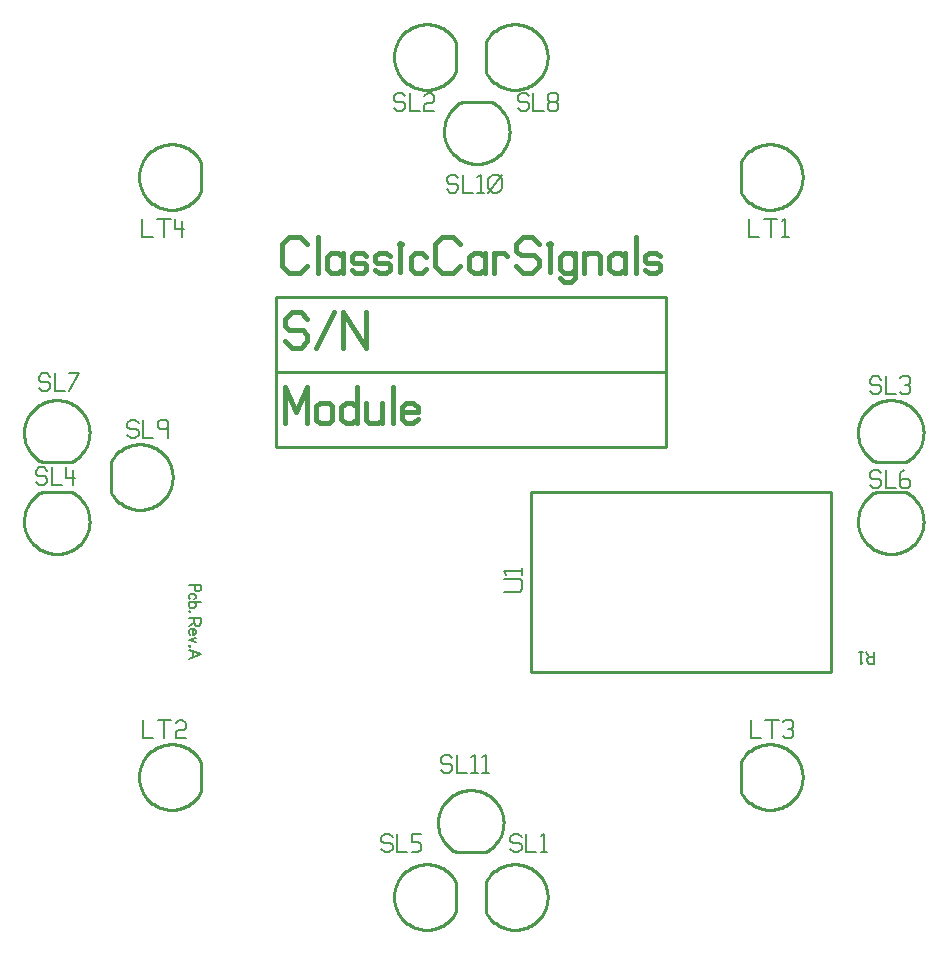
<source format=gto>
G04 -- Generated By PCBWeb Designer*
%FSLAX24Y24*%
%MOIN*%
%OFA0B0*%
%SFA1.0B1.0*%
%AMROTRECT*21,1,$1,$2,0,0,$3*%
%AMROTOBLONG*1,1,$7,$1,$2*1,1,$7,$3,$4*21,1,$5,$6,0,0,$8*%
%ADD10C,0.025*%
%ADD11R,0.045X0.045*%
%ADD12C,0.03*%
%ADD13R,0.055X0.055*%
%ADD14C,0.045*%
%ADD15C,0.055*%
%ADD16C,0.01*%
%ADD17C,0.008*%
%ADD18C,0.024*%
%ADD19C,0.035*%
%ADD20R,0.065X0.065*%
%ADD21C,0.032*%
%ADD22C,0.065*%
%ADD23C,0.005*%
%ADD24C,0.021*%
%ADD25R,0.0591X0.0512*%
%ADD26R,0.0691X0.0612*%
%ADD27R,0.0236X0.0315*%
%ADD28R,0.0336X0.0415*%
%ADD29C,0.033*%
%ADD30C,0.033*%
%ADD31C,0.026*%
%ADD32C,0.015*%
%ADD33C,0.031*%
%ADD34C,0.0*%
%ADD35C,0.0275*%
G01*
%LNERASE*%
%LPC*%
G54D18*
X16600Y11681D02*
X17125Y11681D01*
X17200Y11756D01*
X17200Y12019D01*
X17125Y12094D01*
X16600Y12094D01*
X17200Y12244D02*
X17200Y12469D01*
X17200Y12356D02*
X16600Y12356D01*
X16675Y12244D01*
G54D24*
X28955Y9681D02*
X28955Y9281D01*
X28780Y9281D01*
X28705Y9356D01*
X28705Y9431D01*
X28780Y9506D01*
X28955Y9506D01*
X28780Y9506D02*
X28680Y9681D01*
X28580Y9681D02*
X28430Y9681D01*
X28505Y9681D02*
X28505Y9281D01*
X28580Y9331D01*
G54D18*
X24781Y24100D02*
X24781Y23500D01*
X25119Y23500D01*
X25269Y24100D02*
X25719Y24100D01*
X25494Y24100D02*
X25494Y23500D01*
X25869Y23500D02*
X26094Y23500D01*
X25981Y23500D02*
X25981Y24100D01*
X25869Y24025D01*
X4575Y7400D02*
X4575Y6800D01*
X4912Y6800D01*
X5062Y7400D02*
X5512Y7400D01*
X5288Y7400D02*
X5288Y6800D01*
X5662Y7288D02*
X5775Y7400D01*
X5888Y7400D01*
X6000Y7288D01*
X6000Y7138D01*
X5925Y7062D01*
X5738Y7062D01*
X5662Y6988D01*
X5662Y6800D01*
X6000Y6800D01*
X24825Y7400D02*
X24825Y6800D01*
X25163Y6800D01*
X25313Y7400D02*
X25763Y7400D01*
X25538Y7400D02*
X25538Y6800D01*
X25913Y7325D02*
X25988Y7400D01*
X26175Y7400D01*
X26250Y7325D01*
X26250Y7175D01*
X26175Y7100D01*
X26063Y7100D01*
X26175Y7100D02*
X26250Y7025D01*
X26250Y6875D01*
X26175Y6800D01*
X25988Y6800D01*
X25913Y6875D01*
X17194Y3488D02*
X17081Y3600D01*
X16931Y3600D01*
X16819Y3488D01*
X16819Y3375D01*
X16894Y3300D01*
X17119Y3300D01*
X17194Y3225D01*
X17194Y3112D01*
X17081Y3000D01*
X16931Y3000D01*
X16819Y3112D01*
X17344Y3600D02*
X17344Y3000D01*
X17681Y3000D01*
X17831Y3000D02*
X18056Y3000D01*
X17944Y3000D02*
X17944Y3600D01*
X17831Y3525D01*
X13312Y28188D02*
X13200Y28300D01*
X13050Y28300D01*
X12938Y28188D01*
X12938Y28075D01*
X13012Y28000D01*
X13238Y28000D01*
X13312Y27925D01*
X13312Y27812D01*
X13200Y27700D01*
X13050Y27700D01*
X12938Y27812D01*
X13462Y28300D02*
X13462Y27700D01*
X13800Y27700D01*
X13950Y28188D02*
X14062Y28300D01*
X14175Y28300D01*
X14288Y28188D01*
X14288Y28038D01*
X14212Y27962D01*
X14025Y27962D01*
X13950Y27888D01*
X13950Y27700D01*
X14288Y27700D01*
X29175Y18750D02*
X29062Y18862D01*
X28912Y18862D01*
X28800Y18750D01*
X28800Y18638D01*
X28875Y18562D01*
X29100Y18562D01*
X29175Y18488D01*
X29175Y18375D01*
X29062Y18262D01*
X28912Y18262D01*
X28800Y18375D01*
X29325Y18862D02*
X29325Y18262D01*
X29662Y18262D01*
X29812Y18788D02*
X29888Y18862D01*
X30075Y18862D01*
X30150Y18788D01*
X30150Y18638D01*
X30075Y18562D01*
X29962Y18562D01*
X30075Y18562D02*
X30150Y18488D01*
X30150Y18338D01*
X30075Y18262D01*
X29888Y18262D01*
X29812Y18338D01*
X1375Y15706D02*
X1262Y15819D01*
X1112Y15819D01*
X1000Y15706D01*
X1000Y15594D01*
X1075Y15519D01*
X1300Y15519D01*
X1375Y15444D01*
X1375Y15331D01*
X1262Y15219D01*
X1112Y15219D01*
X1000Y15331D01*
X1525Y15819D02*
X1525Y15219D01*
X1862Y15219D01*
X2012Y15819D02*
X2012Y15481D01*
X2312Y15481D01*
X2238Y15744D02*
X2238Y15219D01*
X12894Y3488D02*
X12781Y3600D01*
X12631Y3600D01*
X12519Y3488D01*
X12519Y3375D01*
X12594Y3300D01*
X12819Y3300D01*
X12894Y3225D01*
X12894Y3112D01*
X12781Y3000D01*
X12631Y3000D01*
X12519Y3112D01*
X13044Y3600D02*
X13044Y3000D01*
X13381Y3000D01*
X13831Y3600D02*
X13531Y3600D01*
X13531Y3338D01*
X13756Y3338D01*
X13831Y3262D01*
X13831Y3075D01*
X13756Y3000D01*
X13531Y3000D01*
X29175Y15625D02*
X29062Y15738D01*
X28912Y15738D01*
X28800Y15625D01*
X28800Y15512D01*
X28875Y15438D01*
X29100Y15438D01*
X29175Y15362D01*
X29175Y15250D01*
X29062Y15138D01*
X28912Y15138D01*
X28800Y15250D01*
X29325Y15738D02*
X29325Y15138D01*
X29662Y15138D01*
X29925Y15738D02*
X29812Y15625D01*
X29812Y15212D01*
X29888Y15138D01*
X30075Y15138D01*
X30150Y15212D01*
X30150Y15362D01*
X30075Y15438D01*
X29888Y15438D01*
X29812Y15362D01*
X1475Y18850D02*
X1362Y18962D01*
X1212Y18962D01*
X1100Y18850D01*
X1100Y18738D01*
X1175Y18662D01*
X1400Y18662D01*
X1475Y18588D01*
X1475Y18475D01*
X1362Y18362D01*
X1212Y18362D01*
X1100Y18475D01*
X1625Y18962D02*
X1625Y18362D01*
X1962Y18362D01*
X2112Y18962D02*
X2450Y18962D01*
X2112Y18362D01*
X17438Y28188D02*
X17325Y28300D01*
X17175Y28300D01*
X17062Y28188D01*
X17062Y28075D01*
X17138Y28000D01*
X17362Y28000D01*
X17438Y27925D01*
X17438Y27812D01*
X17325Y27700D01*
X17175Y27700D01*
X17062Y27812D01*
X17588Y28300D02*
X17588Y27700D01*
X17925Y27700D01*
X18075Y27775D02*
X18150Y27700D01*
X18338Y27700D01*
X18412Y27775D01*
X18412Y27925D01*
X18338Y28000D01*
X18150Y28000D01*
X18075Y27925D01*
X18075Y27775D01*
X18075Y27775D01*
X18338Y28000D02*
X18412Y28075D01*
X18412Y28225D01*
X18338Y28300D01*
X18150Y28300D01*
X18075Y28225D01*
X18075Y28075D01*
X18150Y28000D01*
X4556Y24100D02*
X4556Y23500D01*
X4894Y23500D01*
X5044Y24100D02*
X5494Y24100D01*
X5269Y24100D02*
X5269Y23500D01*
X5644Y24100D02*
X5644Y23762D01*
X5944Y23762D01*
X5869Y24025D02*
X5869Y23500D01*
X4431Y17288D02*
X4319Y17400D01*
X4169Y17400D01*
X4056Y17288D01*
X4056Y17175D01*
X4131Y17100D01*
X4356Y17100D01*
X4431Y17025D01*
X4431Y16912D01*
X4319Y16800D01*
X4169Y16800D01*
X4056Y16912D01*
X4581Y17400D02*
X4581Y16800D01*
X4919Y16800D01*
X5069Y17325D02*
X5144Y17400D01*
X5331Y17400D01*
X5406Y17325D01*
X5406Y17175D01*
X5331Y17100D01*
X5144Y17100D01*
X5069Y17175D01*
X5069Y17325D01*
X5069Y17325D01*
X5406Y17175D02*
X5406Y16800D01*
X15075Y25469D02*
X14962Y25581D01*
X14812Y25581D01*
X14700Y25469D01*
X14700Y25356D01*
X14775Y25281D01*
X15000Y25281D01*
X15075Y25206D01*
X15075Y25094D01*
X14962Y24981D01*
X14812Y24981D01*
X14700Y25094D01*
X15225Y25581D02*
X15225Y24981D01*
X15562Y24981D01*
X15712Y24981D02*
X15938Y24981D01*
X15825Y24981D02*
X15825Y25581D01*
X15712Y25506D01*
X16088Y25131D02*
X16125Y25056D01*
X16162Y25019D01*
X16238Y24981D01*
X16388Y24981D01*
X16462Y25019D01*
X16500Y25056D01*
X16538Y25131D01*
X16538Y25431D01*
X16500Y25506D01*
X16462Y25544D01*
X16388Y25581D01*
X16238Y25581D01*
X16162Y25544D01*
X16125Y25506D01*
X16088Y25431D01*
X16088Y25131D01*
X16088Y25131D01*
X16088Y24981D02*
X16538Y25581D01*
X14875Y6119D02*
X14762Y6231D01*
X14612Y6231D01*
X14500Y6119D01*
X14500Y6006D01*
X14575Y5931D01*
X14800Y5931D01*
X14875Y5856D01*
X14875Y5744D01*
X14762Y5631D01*
X14612Y5631D01*
X14500Y5744D01*
X15025Y6231D02*
X15025Y5631D01*
X15362Y5631D01*
X15512Y5631D02*
X15738Y5631D01*
X15625Y5631D02*
X15625Y6231D01*
X15512Y6156D01*
X15888Y5631D02*
X16112Y5631D01*
X16000Y5631D02*
X16000Y6231D01*
X15888Y6156D01*
G54D33*
X10025Y23275D02*
X9800Y23500D01*
X9425Y23500D01*
X9200Y23275D01*
X9200Y22525D01*
X9425Y22300D01*
X9800Y22300D01*
X10025Y22525D01*
X10400Y23500D02*
X10400Y22300D01*
X10700Y22450D02*
X10850Y22300D01*
X11075Y22300D01*
X11225Y22450D01*
X11225Y22825D01*
X11075Y22975D01*
X10850Y22975D01*
X10700Y22825D01*
X10700Y22450D01*
X11225Y22300D02*
X11225Y22975D01*
X12012Y22862D02*
X11900Y22975D01*
X11638Y22975D01*
X11525Y22862D01*
X11525Y22712D01*
X11600Y22638D01*
X11938Y22638D01*
X12012Y22562D01*
X12012Y22412D01*
X11900Y22300D01*
X11638Y22300D01*
X11525Y22412D01*
X12800Y22862D02*
X12688Y22975D01*
X12425Y22975D01*
X12312Y22862D01*
X12312Y22712D01*
X12388Y22638D01*
X12725Y22638D01*
X12800Y22562D01*
X12800Y22412D01*
X12688Y22300D01*
X12425Y22300D01*
X12312Y22412D01*
X13156Y22319D02*
X13156Y23238D01*
X13119Y23275D02*
X13156Y23312D01*
X13194Y23275D01*
X13156Y23238D01*
X13119Y23275D01*
X14019Y22825D02*
X13869Y22975D01*
X13644Y22975D01*
X13494Y22825D01*
X13494Y22450D01*
X13644Y22300D01*
X13869Y22300D01*
X14019Y22450D01*
X15144Y23275D02*
X14919Y23500D01*
X14544Y23500D01*
X14319Y23275D01*
X14319Y22525D01*
X14544Y22300D01*
X14919Y22300D01*
X15144Y22525D01*
X15444Y22450D02*
X15594Y22300D01*
X15819Y22300D01*
X15969Y22450D01*
X15969Y22825D01*
X15819Y22975D01*
X15594Y22975D01*
X15444Y22825D01*
X15444Y22450D01*
X15969Y22300D02*
X15969Y22975D01*
X16269Y22975D02*
X16269Y22300D01*
X16719Y22862D02*
X16606Y22975D01*
X16381Y22975D01*
X16269Y22862D01*
X16269Y22825D01*
X17769Y23275D02*
X17544Y23500D01*
X17244Y23500D01*
X17019Y23275D01*
X17019Y23050D01*
X17169Y22900D01*
X17619Y22900D01*
X17769Y22750D01*
X17769Y22525D01*
X17544Y22300D01*
X17244Y22300D01*
X17019Y22525D01*
X18125Y22319D02*
X18125Y23238D01*
X18088Y23275D02*
X18125Y23312D01*
X18162Y23275D01*
X18125Y23238D01*
X18088Y23275D01*
X18462Y22750D02*
X18462Y22825D01*
X18612Y22975D01*
X18838Y22975D01*
X18988Y22825D01*
X18988Y22450D01*
X18838Y22300D01*
X18612Y22300D01*
X18462Y22450D01*
X18462Y22750D01*
X18988Y22975D02*
X18988Y22150D01*
X18838Y22000D01*
X18612Y22000D01*
X18462Y22150D01*
X19288Y22975D02*
X19288Y22300D01*
X19288Y22862D02*
X19400Y22975D01*
X19700Y22975D01*
X19812Y22862D01*
X19812Y22300D01*
X20112Y22450D02*
X20262Y22300D01*
X20488Y22300D01*
X20638Y22450D01*
X20638Y22825D01*
X20488Y22975D01*
X20262Y22975D01*
X20112Y22825D01*
X20112Y22450D01*
X20638Y22300D02*
X20638Y22975D01*
X21012Y23500D02*
X21012Y22300D01*
X21800Y22862D02*
X21688Y22975D01*
X21425Y22975D01*
X21312Y22862D01*
X21312Y22712D01*
X21388Y22638D01*
X21725Y22638D01*
X21800Y22562D01*
X21800Y22412D01*
X21688Y22300D01*
X21425Y22300D01*
X21312Y22412D01*
X9300Y17300D02*
X9300Y18500D01*
X9675Y17675D01*
X10050Y18500D01*
X10050Y17300D01*
X10462Y17975D02*
X10350Y17862D01*
X10350Y17412D01*
X10462Y17300D01*
X10762Y17300D01*
X10875Y17412D01*
X10875Y17862D01*
X10762Y17975D01*
X10462Y17975D01*
X11175Y17450D02*
X11175Y17825D01*
X11325Y17975D01*
X11550Y17975D01*
X11700Y17825D01*
X11700Y17450D01*
X11550Y17300D01*
X11325Y17300D01*
X11175Y17450D01*
X11700Y17300D02*
X11700Y18500D01*
X12000Y17975D02*
X12000Y17412D01*
X12112Y17300D01*
X12412Y17300D01*
X12525Y17412D01*
X12525Y17975D01*
X12525Y17450D02*
X12525Y17300D01*
X12900Y18500D02*
X12900Y17300D01*
X13725Y17450D02*
X13575Y17300D01*
X13350Y17300D01*
X13200Y17450D01*
X13200Y17825D01*
X13350Y17975D01*
X13575Y17975D01*
X13725Y17825D01*
X13725Y17675D01*
X13200Y17675D01*
X10050Y20775D02*
X9825Y21000D01*
X9525Y21000D01*
X9300Y20775D01*
X9300Y20550D01*
X9450Y20400D01*
X9900Y20400D01*
X10050Y20250D01*
X10050Y20025D01*
X9825Y19800D01*
X9525Y19800D01*
X9300Y20025D01*
X10350Y19800D02*
X10950Y21000D01*
X11250Y19800D02*
X11250Y21000D01*
X12000Y19800D01*
X12000Y21000D01*
G54D24*
X6100Y11900D02*
X6500Y11900D01*
X6500Y11750D01*
X6450Y11700D01*
X6350Y11700D01*
X6300Y11750D01*
X6300Y11900D01*
X6275Y11425D02*
X6325Y11475D01*
X6325Y11550D01*
X6275Y11600D01*
X6150Y11600D01*
X6100Y11550D01*
X6100Y11475D01*
X6150Y11425D01*
X6100Y11325D02*
X6500Y11325D01*
X6150Y11325D02*
X6100Y11275D01*
X6100Y11200D01*
X6150Y11150D01*
X6275Y11150D01*
X6325Y11200D01*
X6325Y11275D01*
X6275Y11325D01*
X6125Y11050D02*
X6100Y11025D01*
X6125Y11000D01*
X6150Y11025D01*
X6125Y11050D01*
X6100Y10800D02*
X6500Y10800D01*
X6500Y10625D01*
X6425Y10550D01*
X6350Y10550D01*
X6275Y10625D01*
X6275Y10800D01*
X6275Y10625D02*
X6100Y10525D01*
X6150Y10250D02*
X6100Y10300D01*
X6100Y10375D01*
X6150Y10425D01*
X6275Y10425D01*
X6325Y10375D01*
X6325Y10300D01*
X6275Y10250D01*
X6225Y10250D01*
X6225Y10425D01*
X6325Y10150D02*
X6100Y10075D01*
X6325Y10000D01*
X6125Y9900D02*
X6100Y9875D01*
X6125Y9850D01*
X6150Y9875D01*
X6125Y9900D01*
X6250Y9692D02*
X6250Y9508D01*
X6100Y9750D02*
X6500Y9600D01*
X6100Y9450D01*
%LNSTD*%
%LPD*%
G54D16*
X27500Y9000D02*
X27500Y15000D01*
X17500Y15000D01*
X17500Y9000D01*
X27500Y9000D01*
X27500Y9000D01*
G54D17*
X16600Y11681D02*
X17125Y11681D01*
X17200Y11756D01*
X17200Y12019D01*
X17125Y12094D01*
X16600Y12094D01*
X17200Y12244D02*
X17200Y12469D01*
X17200Y12356D02*
X16600Y12356D01*
X16675Y12244D01*
G54D23*
X28955Y9681D02*
X28955Y9281D01*
X28780Y9281D01*
X28705Y9356D01*
X28705Y9431D01*
X28780Y9506D01*
X28955Y9506D01*
X28780Y9506D02*
X28680Y9681D01*
X28580Y9681D02*
X28430Y9681D01*
X28505Y9681D02*
X28505Y9281D01*
X28580Y9331D01*
G54D16*
X24500Y25000D02*
X24522Y24960D01*
X24545Y24920D01*
X24570Y24882D01*
X24597Y24845D01*
X24625Y24809D01*
X24655Y24774D01*
X24686Y24740D01*
X24719Y24708D01*
X24753Y24677D01*
X24788Y24648D01*
X24824Y24620D01*
X24862Y24594D01*
X24900Y24569D01*
X24940Y24546D01*
X24981Y24525D01*
X25022Y24505D01*
X25064Y24487D01*
X25107Y24471D01*
X25150Y24456D01*
X25195Y24444D01*
X25239Y24433D01*
X25284Y24425D01*
X25329Y24418D01*
X25375Y24413D01*
X25421Y24410D01*
X25466Y24409D01*
X25512Y24409D01*
X25558Y24412D01*
X25604Y24417D01*
X25649Y24423D01*
X25694Y24432D01*
X25739Y24442D01*
X25783Y24454D01*
X25826Y24468D01*
X25869Y24484D01*
X25912Y24502D01*
X25953Y24521D01*
X25994Y24542D01*
X26033Y24565D01*
X26072Y24590D01*
X26110Y24616D01*
X26146Y24643D01*
X26182Y24672D01*
X26216Y24703D01*
X26249Y24735D01*
X26280Y24768D01*
X26310Y24803D01*
X26339Y24839D01*
X26366Y24876D01*
X26391Y24914D01*
X26415Y24953D01*
X26437Y24993D01*
X26457Y25034D01*
X26476Y25076D01*
X26493Y25119D01*
X26508Y25162D01*
X26521Y25206D01*
X26533Y25250D01*
X26542Y25295D01*
X26550Y25340D01*
X26556Y25386D01*
X26559Y25431D01*
X26561Y25477D01*
X26561Y25523D01*
X26559Y25569D01*
X26556Y25614D01*
X26550Y25660D01*
X26542Y25705D01*
X26533Y25750D01*
X26521Y25794D01*
X26508Y25838D01*
X26493Y25881D01*
X26476Y25924D01*
X26457Y25966D01*
X26437Y26007D01*
X26415Y26047D01*
X26391Y26086D01*
X26366Y26124D01*
X26339Y26161D01*
X26310Y26197D01*
X26280Y26232D01*
X26249Y26265D01*
X26216Y26297D01*
X26182Y26328D01*
X26146Y26357D01*
X26110Y26384D01*
X26072Y26410D01*
X26033Y26435D01*
X25994Y26458D01*
X25953Y26479D01*
X25912Y26498D01*
X25869Y26516D01*
X25826Y26532D01*
X25783Y26546D01*
X25739Y26558D01*
X25694Y26568D01*
X25649Y26577D01*
X25604Y26583D01*
X25558Y26588D01*
X25512Y26591D01*
X25466Y26591D01*
X25421Y26590D01*
X25375Y26587D01*
X25329Y26582D01*
X25284Y26575D01*
X25239Y26567D01*
X25195Y26556D01*
X25150Y26544D01*
X25107Y26529D01*
X25064Y26513D01*
X25022Y26495D01*
X24981Y26475D01*
X24940Y26454D01*
X24900Y26431D01*
X24862Y26406D01*
X24824Y26380D01*
X24788Y26352D01*
X24753Y26323D01*
X24719Y26292D01*
X24686Y26260D01*
X24655Y26226D01*
X24625Y26191D01*
X24597Y26155D01*
X24570Y26118D01*
X24545Y26080D01*
X24522Y26040D01*
X24500Y26000D01*
X24500Y26000D01*
X24500Y25000D02*
X24500Y26000D01*
G54D17*
X24781Y24100D02*
X24781Y23500D01*
X25119Y23500D01*
X25269Y24100D02*
X25719Y24100D01*
X25494Y24100D02*
X25494Y23500D01*
X25869Y23500D02*
X26094Y23500D01*
X25981Y23500D02*
X25981Y24100D01*
X25869Y24025D01*
G54D16*
X6500Y6000D02*
X6478Y6040D01*
X6455Y6080D01*
X6430Y6118D01*
X6403Y6155D01*
X6375Y6191D01*
X6345Y6226D01*
X6314Y6260D01*
X6281Y6292D01*
X6247Y6323D01*
X6212Y6352D01*
X6176Y6380D01*
X6138Y6406D01*
X6100Y6431D01*
X6060Y6454D01*
X6019Y6475D01*
X5978Y6495D01*
X5936Y6513D01*
X5893Y6529D01*
X5850Y6544D01*
X5805Y6556D01*
X5761Y6567D01*
X5716Y6575D01*
X5671Y6582D01*
X5625Y6587D01*
X5579Y6590D01*
X5534Y6591D01*
X5488Y6591D01*
X5442Y6588D01*
X5396Y6583D01*
X5351Y6577D01*
X5306Y6568D01*
X5261Y6558D01*
X5217Y6546D01*
X5174Y6532D01*
X5131Y6516D01*
X5088Y6498D01*
X5047Y6479D01*
X5006Y6458D01*
X4967Y6435D01*
X4928Y6410D01*
X4890Y6384D01*
X4854Y6357D01*
X4818Y6328D01*
X4784Y6297D01*
X4751Y6265D01*
X4720Y6232D01*
X4690Y6197D01*
X4661Y6161D01*
X4634Y6124D01*
X4609Y6086D01*
X4585Y6047D01*
X4563Y6007D01*
X4543Y5966D01*
X4524Y5924D01*
X4507Y5881D01*
X4492Y5838D01*
X4479Y5794D01*
X4467Y5750D01*
X4458Y5705D01*
X4450Y5660D01*
X4444Y5614D01*
X4441Y5569D01*
X4439Y5523D01*
X4439Y5477D01*
X4441Y5431D01*
X4444Y5386D01*
X4450Y5340D01*
X4458Y5295D01*
X4467Y5250D01*
X4479Y5206D01*
X4492Y5162D01*
X4507Y5119D01*
X4524Y5076D01*
X4543Y5034D01*
X4563Y4993D01*
X4585Y4953D01*
X4609Y4914D01*
X4634Y4876D01*
X4661Y4839D01*
X4690Y4803D01*
X4720Y4768D01*
X4751Y4735D01*
X4784Y4703D01*
X4818Y4672D01*
X4854Y4643D01*
X4890Y4616D01*
X4928Y4590D01*
X4967Y4565D01*
X5006Y4542D01*
X5047Y4521D01*
X5088Y4502D01*
X5131Y4484D01*
X5174Y4468D01*
X5217Y4454D01*
X5261Y4442D01*
X5306Y4432D01*
X5351Y4423D01*
X5396Y4417D01*
X5442Y4412D01*
X5488Y4409D01*
X5534Y4409D01*
X5579Y4410D01*
X5625Y4413D01*
X5671Y4418D01*
X5716Y4425D01*
X5761Y4433D01*
X5805Y4444D01*
X5850Y4456D01*
X5893Y4471D01*
X5936Y4487D01*
X5978Y4505D01*
X6019Y4525D01*
X6060Y4546D01*
X6100Y4569D01*
X6138Y4594D01*
X6176Y4620D01*
X6212Y4648D01*
X6247Y4677D01*
X6281Y4708D01*
X6314Y4740D01*
X6345Y4774D01*
X6375Y4809D01*
X6403Y4845D01*
X6430Y4882D01*
X6455Y4920D01*
X6478Y4960D01*
X6500Y5000D01*
X6500Y5000D01*
X6500Y6000D02*
X6500Y5000D01*
G54D17*
X4575Y7400D02*
X4575Y6800D01*
X4912Y6800D01*
X5062Y7400D02*
X5512Y7400D01*
X5288Y7400D02*
X5288Y6800D01*
X5662Y7288D02*
X5775Y7400D01*
X5888Y7400D01*
X6000Y7288D01*
X6000Y7138D01*
X5925Y7062D01*
X5738Y7062D01*
X5662Y6988D01*
X5662Y6800D01*
X6000Y6800D01*
G54D16*
X24500Y5000D02*
X24522Y4960D01*
X24545Y4920D01*
X24570Y4882D01*
X24597Y4845D01*
X24625Y4809D01*
X24655Y4774D01*
X24686Y4740D01*
X24719Y4708D01*
X24753Y4677D01*
X24788Y4648D01*
X24824Y4620D01*
X24862Y4594D01*
X24900Y4569D01*
X24940Y4546D01*
X24981Y4525D01*
X25022Y4505D01*
X25064Y4487D01*
X25107Y4471D01*
X25150Y4456D01*
X25195Y4444D01*
X25239Y4433D01*
X25284Y4425D01*
X25329Y4418D01*
X25375Y4413D01*
X25421Y4410D01*
X25466Y4409D01*
X25512Y4409D01*
X25558Y4412D01*
X25604Y4417D01*
X25649Y4423D01*
X25694Y4432D01*
X25739Y4442D01*
X25783Y4454D01*
X25826Y4468D01*
X25869Y4484D01*
X25912Y4502D01*
X25953Y4521D01*
X25994Y4542D01*
X26033Y4565D01*
X26072Y4590D01*
X26110Y4616D01*
X26146Y4643D01*
X26182Y4672D01*
X26216Y4703D01*
X26249Y4735D01*
X26280Y4768D01*
X26310Y4803D01*
X26339Y4839D01*
X26366Y4876D01*
X26391Y4914D01*
X26415Y4953D01*
X26437Y4993D01*
X26457Y5034D01*
X26476Y5076D01*
X26493Y5119D01*
X26508Y5162D01*
X26521Y5206D01*
X26533Y5250D01*
X26542Y5295D01*
X26550Y5340D01*
X26556Y5386D01*
X26559Y5431D01*
X26561Y5477D01*
X26561Y5523D01*
X26559Y5569D01*
X26556Y5614D01*
X26550Y5660D01*
X26542Y5705D01*
X26533Y5750D01*
X26521Y5794D01*
X26508Y5838D01*
X26493Y5881D01*
X26476Y5924D01*
X26457Y5966D01*
X26437Y6007D01*
X26415Y6047D01*
X26391Y6086D01*
X26366Y6124D01*
X26339Y6161D01*
X26310Y6197D01*
X26280Y6232D01*
X26249Y6265D01*
X26216Y6297D01*
X26182Y6328D01*
X26146Y6357D01*
X26110Y6384D01*
X26072Y6410D01*
X26033Y6435D01*
X25994Y6458D01*
X25953Y6479D01*
X25912Y6498D01*
X25869Y6516D01*
X25826Y6532D01*
X25783Y6546D01*
X25739Y6558D01*
X25694Y6568D01*
X25649Y6577D01*
X25604Y6583D01*
X25558Y6588D01*
X25512Y6591D01*
X25466Y6591D01*
X25421Y6590D01*
X25375Y6587D01*
X25329Y6582D01*
X25284Y6575D01*
X25239Y6567D01*
X25195Y6556D01*
X25150Y6544D01*
X25107Y6529D01*
X25064Y6513D01*
X25022Y6495D01*
X24981Y6475D01*
X24940Y6454D01*
X24900Y6431D01*
X24862Y6406D01*
X24824Y6380D01*
X24788Y6352D01*
X24753Y6323D01*
X24719Y6292D01*
X24686Y6260D01*
X24655Y6226D01*
X24625Y6191D01*
X24597Y6155D01*
X24570Y6118D01*
X24545Y6080D01*
X24522Y6040D01*
X24500Y6000D01*
X24500Y6000D01*
X24500Y5000D02*
X24500Y6000D01*
G54D17*
X24825Y7400D02*
X24825Y6800D01*
X25163Y6800D01*
X25313Y7400D02*
X25763Y7400D01*
X25538Y7400D02*
X25538Y6800D01*
X25913Y7325D02*
X25988Y7400D01*
X26175Y7400D01*
X26250Y7325D01*
X26250Y7175D01*
X26175Y7100D01*
X26063Y7100D01*
X26175Y7100D02*
X26250Y7025D01*
X26250Y6875D01*
X26175Y6800D01*
X25988Y6800D01*
X25913Y6875D01*
G54D16*
X16000Y1000D02*
X16022Y960D01*
X16045Y920D01*
X16070Y882D01*
X16097Y845D01*
X16125Y809D01*
X16155Y774D01*
X16186Y740D01*
X16219Y708D01*
X16253Y677D01*
X16288Y648D01*
X16324Y620D01*
X16362Y594D01*
X16400Y569D01*
X16440Y546D01*
X16481Y525D01*
X16522Y505D01*
X16564Y487D01*
X16607Y471D01*
X16650Y456D01*
X16695Y444D01*
X16739Y433D01*
X16784Y425D01*
X16829Y418D01*
X16875Y413D01*
X16921Y410D01*
X16966Y409D01*
X17012Y409D01*
X17058Y412D01*
X17104Y417D01*
X17149Y423D01*
X17194Y432D01*
X17239Y442D01*
X17283Y454D01*
X17326Y468D01*
X17369Y484D01*
X17412Y502D01*
X17453Y521D01*
X17494Y542D01*
X17533Y565D01*
X17572Y590D01*
X17610Y616D01*
X17646Y643D01*
X17682Y672D01*
X17716Y703D01*
X17749Y735D01*
X17780Y768D01*
X17810Y803D01*
X17839Y839D01*
X17866Y876D01*
X17891Y914D01*
X17915Y953D01*
X17937Y993D01*
X17957Y1034D01*
X17976Y1076D01*
X17993Y1119D01*
X18008Y1162D01*
X18021Y1206D01*
X18033Y1250D01*
X18042Y1295D01*
X18050Y1340D01*
X18056Y1386D01*
X18059Y1431D01*
X18061Y1477D01*
X18061Y1523D01*
X18059Y1569D01*
X18056Y1614D01*
X18050Y1660D01*
X18042Y1705D01*
X18033Y1750D01*
X18021Y1794D01*
X18008Y1838D01*
X17993Y1881D01*
X17976Y1924D01*
X17957Y1966D01*
X17937Y2007D01*
X17915Y2047D01*
X17891Y2086D01*
X17866Y2124D01*
X17839Y2161D01*
X17810Y2197D01*
X17780Y2232D01*
X17749Y2265D01*
X17716Y2297D01*
X17682Y2328D01*
X17646Y2357D01*
X17610Y2384D01*
X17572Y2410D01*
X17533Y2435D01*
X17494Y2458D01*
X17453Y2479D01*
X17412Y2498D01*
X17369Y2516D01*
X17326Y2532D01*
X17283Y2546D01*
X17239Y2558D01*
X17194Y2568D01*
X17149Y2577D01*
X17104Y2583D01*
X17058Y2588D01*
X17012Y2591D01*
X16966Y2591D01*
X16921Y2590D01*
X16875Y2587D01*
X16829Y2582D01*
X16784Y2575D01*
X16739Y2567D01*
X16695Y2556D01*
X16650Y2544D01*
X16607Y2529D01*
X16564Y2513D01*
X16522Y2495D01*
X16481Y2475D01*
X16440Y2454D01*
X16400Y2431D01*
X16362Y2406D01*
X16324Y2380D01*
X16288Y2352D01*
X16253Y2323D01*
X16219Y2292D01*
X16186Y2260D01*
X16155Y2226D01*
X16125Y2191D01*
X16097Y2155D01*
X16070Y2118D01*
X16045Y2080D01*
X16022Y2040D01*
X16000Y2000D01*
X16000Y2000D01*
X16000Y1000D02*
X16000Y2000D01*
G54D17*
X17194Y3488D02*
X17081Y3600D01*
X16931Y3600D01*
X16819Y3488D01*
X16819Y3375D01*
X16894Y3300D01*
X17119Y3300D01*
X17194Y3225D01*
X17194Y3112D01*
X17081Y3000D01*
X16931Y3000D01*
X16819Y3112D01*
X17344Y3600D02*
X17344Y3000D01*
X17681Y3000D01*
X17831Y3000D02*
X18056Y3000D01*
X17944Y3000D02*
X17944Y3600D01*
X17831Y3525D01*
G54D16*
X15000Y30000D02*
X14978Y30040D01*
X14955Y30080D01*
X14930Y30118D01*
X14903Y30155D01*
X14875Y30191D01*
X14845Y30226D01*
X14814Y30260D01*
X14781Y30292D01*
X14747Y30323D01*
X14712Y30352D01*
X14676Y30380D01*
X14638Y30406D01*
X14600Y30431D01*
X14560Y30454D01*
X14519Y30475D01*
X14478Y30495D01*
X14436Y30513D01*
X14393Y30529D01*
X14350Y30544D01*
X14305Y30556D01*
X14261Y30567D01*
X14216Y30575D01*
X14171Y30582D01*
X14125Y30587D01*
X14079Y30590D01*
X14034Y30591D01*
X13988Y30591D01*
X13942Y30588D01*
X13896Y30583D01*
X13851Y30577D01*
X13806Y30568D01*
X13761Y30558D01*
X13717Y30546D01*
X13674Y30532D01*
X13631Y30516D01*
X13588Y30498D01*
X13547Y30479D01*
X13506Y30458D01*
X13467Y30435D01*
X13428Y30410D01*
X13390Y30384D01*
X13354Y30357D01*
X13318Y30328D01*
X13284Y30297D01*
X13251Y30265D01*
X13220Y30232D01*
X13190Y30197D01*
X13161Y30161D01*
X13134Y30124D01*
X13109Y30086D01*
X13085Y30047D01*
X13063Y30007D01*
X13043Y29966D01*
X13024Y29924D01*
X13007Y29881D01*
X12992Y29838D01*
X12979Y29794D01*
X12967Y29750D01*
X12958Y29705D01*
X12950Y29660D01*
X12944Y29614D01*
X12941Y29569D01*
X12939Y29523D01*
X12939Y29477D01*
X12941Y29431D01*
X12944Y29386D01*
X12950Y29340D01*
X12958Y29295D01*
X12967Y29250D01*
X12979Y29206D01*
X12992Y29162D01*
X13007Y29119D01*
X13024Y29076D01*
X13043Y29034D01*
X13063Y28993D01*
X13085Y28953D01*
X13109Y28914D01*
X13134Y28876D01*
X13161Y28839D01*
X13190Y28803D01*
X13220Y28768D01*
X13251Y28735D01*
X13284Y28703D01*
X13318Y28672D01*
X13354Y28643D01*
X13390Y28616D01*
X13428Y28590D01*
X13467Y28565D01*
X13506Y28542D01*
X13547Y28521D01*
X13588Y28502D01*
X13631Y28484D01*
X13674Y28468D01*
X13717Y28454D01*
X13761Y28442D01*
X13806Y28432D01*
X13851Y28423D01*
X13896Y28417D01*
X13942Y28412D01*
X13988Y28409D01*
X14034Y28409D01*
X14079Y28410D01*
X14125Y28413D01*
X14171Y28418D01*
X14216Y28425D01*
X14261Y28433D01*
X14305Y28444D01*
X14350Y28456D01*
X14393Y28471D01*
X14436Y28487D01*
X14478Y28505D01*
X14519Y28525D01*
X14560Y28546D01*
X14600Y28569D01*
X14638Y28594D01*
X14676Y28620D01*
X14712Y28648D01*
X14747Y28677D01*
X14781Y28708D01*
X14814Y28740D01*
X14845Y28774D01*
X14875Y28809D01*
X14903Y28845D01*
X14930Y28882D01*
X14955Y28920D01*
X14978Y28960D01*
X15000Y29000D01*
X15000Y29000D01*
X15000Y30000D02*
X15000Y29000D01*
G54D17*
X13312Y28188D02*
X13200Y28300D01*
X13050Y28300D01*
X12938Y28188D01*
X12938Y28075D01*
X13012Y28000D01*
X13238Y28000D01*
X13312Y27925D01*
X13312Y27812D01*
X13200Y27700D01*
X13050Y27700D01*
X12938Y27812D01*
X13462Y28300D02*
X13462Y27700D01*
X13800Y27700D01*
X13950Y28188D02*
X14062Y28300D01*
X14175Y28300D01*
X14288Y28188D01*
X14288Y28038D01*
X14212Y27962D01*
X14025Y27962D01*
X13950Y27888D01*
X13950Y27700D01*
X14288Y27700D01*
G54D16*
X30000Y16000D02*
X30040Y16022D01*
X30080Y16045D01*
X30118Y16070D01*
X30155Y16097D01*
X30191Y16125D01*
X30226Y16155D01*
X30260Y16186D01*
X30292Y16219D01*
X30323Y16253D01*
X30352Y16288D01*
X30380Y16324D01*
X30406Y16362D01*
X30431Y16400D01*
X30454Y16440D01*
X30475Y16481D01*
X30495Y16522D01*
X30513Y16564D01*
X30529Y16607D01*
X30544Y16650D01*
X30556Y16695D01*
X30567Y16739D01*
X30575Y16784D01*
X30582Y16829D01*
X30587Y16875D01*
X30590Y16921D01*
X30591Y16966D01*
X30591Y17012D01*
X30588Y17058D01*
X30583Y17104D01*
X30577Y17149D01*
X30568Y17194D01*
X30558Y17239D01*
X30546Y17283D01*
X30532Y17326D01*
X30516Y17369D01*
X30498Y17412D01*
X30479Y17453D01*
X30458Y17494D01*
X30435Y17533D01*
X30410Y17572D01*
X30384Y17610D01*
X30357Y17646D01*
X30328Y17682D01*
X30297Y17716D01*
X30265Y17749D01*
X30232Y17780D01*
X30197Y17810D01*
X30161Y17839D01*
X30124Y17866D01*
X30086Y17891D01*
X30047Y17915D01*
X30007Y17937D01*
X29966Y17957D01*
X29924Y17976D01*
X29881Y17993D01*
X29838Y18008D01*
X29794Y18021D01*
X29750Y18033D01*
X29705Y18042D01*
X29660Y18050D01*
X29614Y18056D01*
X29569Y18059D01*
X29523Y18061D01*
X29477Y18061D01*
X29431Y18059D01*
X29386Y18056D01*
X29340Y18050D01*
X29295Y18042D01*
X29250Y18033D01*
X29206Y18021D01*
X29162Y18008D01*
X29119Y17993D01*
X29076Y17976D01*
X29034Y17957D01*
X28993Y17937D01*
X28953Y17915D01*
X28914Y17891D01*
X28876Y17866D01*
X28839Y17839D01*
X28803Y17810D01*
X28768Y17780D01*
X28735Y17749D01*
X28703Y17716D01*
X28672Y17682D01*
X28643Y17646D01*
X28616Y17610D01*
X28590Y17572D01*
X28565Y17533D01*
X28542Y17494D01*
X28521Y17453D01*
X28502Y17412D01*
X28484Y17369D01*
X28468Y17326D01*
X28454Y17283D01*
X28442Y17239D01*
X28432Y17194D01*
X28423Y17149D01*
X28417Y17104D01*
X28412Y17058D01*
X28409Y17012D01*
X28409Y16966D01*
X28410Y16921D01*
X28413Y16875D01*
X28418Y16829D01*
X28425Y16784D01*
X28433Y16739D01*
X28444Y16695D01*
X28456Y16650D01*
X28471Y16607D01*
X28487Y16564D01*
X28505Y16522D01*
X28525Y16481D01*
X28546Y16440D01*
X28569Y16400D01*
X28594Y16362D01*
X28620Y16324D01*
X28648Y16288D01*
X28677Y16253D01*
X28708Y16219D01*
X28740Y16186D01*
X28774Y16155D01*
X28809Y16125D01*
X28845Y16097D01*
X28882Y16070D01*
X28920Y16045D01*
X28960Y16022D01*
X29000Y16000D01*
X29000Y16000D01*
X30000Y16000D02*
X29000Y16000D01*
G54D17*
X29175Y18750D02*
X29062Y18862D01*
X28912Y18862D01*
X28800Y18750D01*
X28800Y18638D01*
X28875Y18562D01*
X29100Y18562D01*
X29175Y18488D01*
X29175Y18375D01*
X29062Y18262D01*
X28912Y18262D01*
X28800Y18375D01*
X29325Y18862D02*
X29325Y18262D01*
X29662Y18262D01*
X29812Y18788D02*
X29888Y18862D01*
X30075Y18862D01*
X30150Y18788D01*
X30150Y18638D01*
X30075Y18562D01*
X29962Y18562D01*
X30075Y18562D02*
X30150Y18488D01*
X30150Y18338D01*
X30075Y18262D01*
X29888Y18262D01*
X29812Y18338D01*
G54D16*
X1200Y15000D02*
X1160Y14978D01*
X1120Y14955D01*
X1082Y14930D01*
X1045Y14903D01*
X1009Y14875D01*
X974Y14845D01*
X940Y14814D01*
X908Y14781D01*
X877Y14747D01*
X848Y14712D01*
X820Y14676D01*
X794Y14638D01*
X769Y14600D01*
X746Y14560D01*
X725Y14519D01*
X705Y14478D01*
X687Y14436D01*
X671Y14393D01*
X656Y14350D01*
X644Y14305D01*
X633Y14261D01*
X625Y14216D01*
X618Y14171D01*
X613Y14125D01*
X610Y14079D01*
X609Y14034D01*
X609Y13988D01*
X612Y13942D01*
X617Y13896D01*
X623Y13851D01*
X632Y13806D01*
X642Y13761D01*
X654Y13717D01*
X668Y13674D01*
X684Y13631D01*
X702Y13588D01*
X721Y13547D01*
X742Y13506D01*
X765Y13467D01*
X790Y13428D01*
X816Y13390D01*
X843Y13354D01*
X872Y13318D01*
X903Y13284D01*
X935Y13251D01*
X968Y13220D01*
X1003Y13190D01*
X1039Y13161D01*
X1076Y13134D01*
X1114Y13109D01*
X1153Y13085D01*
X1193Y13063D01*
X1234Y13043D01*
X1276Y13024D01*
X1319Y13007D01*
X1362Y12992D01*
X1406Y12979D01*
X1450Y12967D01*
X1495Y12958D01*
X1540Y12950D01*
X1586Y12944D01*
X1631Y12941D01*
X1677Y12939D01*
X1723Y12939D01*
X1769Y12941D01*
X1814Y12944D01*
X1860Y12950D01*
X1905Y12958D01*
X1950Y12967D01*
X1994Y12979D01*
X2038Y12992D01*
X2081Y13007D01*
X2124Y13024D01*
X2166Y13043D01*
X2207Y13063D01*
X2247Y13085D01*
X2286Y13109D01*
X2324Y13134D01*
X2361Y13161D01*
X2397Y13190D01*
X2432Y13220D01*
X2465Y13251D01*
X2497Y13284D01*
X2528Y13318D01*
X2557Y13354D01*
X2584Y13390D01*
X2610Y13428D01*
X2635Y13467D01*
X2658Y13506D01*
X2679Y13547D01*
X2698Y13588D01*
X2716Y13631D01*
X2732Y13674D01*
X2746Y13717D01*
X2758Y13761D01*
X2768Y13806D01*
X2777Y13851D01*
X2783Y13896D01*
X2788Y13942D01*
X2791Y13988D01*
X2791Y14034D01*
X2790Y14079D01*
X2787Y14125D01*
X2782Y14171D01*
X2775Y14216D01*
X2767Y14261D01*
X2756Y14305D01*
X2744Y14350D01*
X2729Y14393D01*
X2713Y14436D01*
X2695Y14478D01*
X2675Y14519D01*
X2654Y14560D01*
X2631Y14600D01*
X2606Y14638D01*
X2580Y14676D01*
X2552Y14712D01*
X2523Y14747D01*
X2492Y14781D01*
X2460Y14814D01*
X2426Y14845D01*
X2391Y14875D01*
X2355Y14903D01*
X2318Y14930D01*
X2280Y14955D01*
X2240Y14978D01*
X2200Y15000D01*
X2200Y15000D01*
X1200Y15000D02*
X2200Y15000D01*
G54D17*
X1375Y15706D02*
X1262Y15819D01*
X1112Y15819D01*
X1000Y15706D01*
X1000Y15594D01*
X1075Y15519D01*
X1300Y15519D01*
X1375Y15444D01*
X1375Y15331D01*
X1262Y15219D01*
X1112Y15219D01*
X1000Y15331D01*
X1525Y15819D02*
X1525Y15219D01*
X1862Y15219D01*
X2012Y15819D02*
X2012Y15481D01*
X2312Y15481D01*
X2238Y15744D02*
X2238Y15219D01*
G54D16*
X15000Y2000D02*
X14978Y2040D01*
X14955Y2080D01*
X14930Y2118D01*
X14903Y2155D01*
X14875Y2191D01*
X14845Y2226D01*
X14814Y2260D01*
X14781Y2292D01*
X14747Y2323D01*
X14712Y2352D01*
X14676Y2380D01*
X14638Y2406D01*
X14600Y2431D01*
X14560Y2454D01*
X14519Y2475D01*
X14478Y2495D01*
X14436Y2513D01*
X14393Y2529D01*
X14350Y2544D01*
X14305Y2556D01*
X14261Y2567D01*
X14216Y2575D01*
X14171Y2582D01*
X14125Y2587D01*
X14079Y2590D01*
X14034Y2591D01*
X13988Y2591D01*
X13942Y2588D01*
X13896Y2583D01*
X13851Y2577D01*
X13806Y2568D01*
X13761Y2558D01*
X13717Y2546D01*
X13674Y2532D01*
X13631Y2516D01*
X13588Y2498D01*
X13547Y2479D01*
X13506Y2458D01*
X13467Y2435D01*
X13428Y2410D01*
X13390Y2384D01*
X13354Y2357D01*
X13318Y2328D01*
X13284Y2297D01*
X13251Y2265D01*
X13220Y2232D01*
X13190Y2197D01*
X13161Y2161D01*
X13134Y2124D01*
X13109Y2086D01*
X13085Y2047D01*
X13063Y2007D01*
X13043Y1966D01*
X13024Y1924D01*
X13007Y1881D01*
X12992Y1838D01*
X12979Y1794D01*
X12967Y1750D01*
X12958Y1705D01*
X12950Y1660D01*
X12944Y1614D01*
X12941Y1569D01*
X12939Y1523D01*
X12939Y1477D01*
X12941Y1431D01*
X12944Y1386D01*
X12950Y1340D01*
X12958Y1295D01*
X12967Y1250D01*
X12979Y1206D01*
X12992Y1162D01*
X13007Y1119D01*
X13024Y1076D01*
X13043Y1034D01*
X13063Y993D01*
X13085Y953D01*
X13109Y914D01*
X13134Y876D01*
X13161Y839D01*
X13190Y803D01*
X13220Y768D01*
X13251Y735D01*
X13284Y703D01*
X13318Y672D01*
X13354Y643D01*
X13390Y616D01*
X13428Y590D01*
X13467Y565D01*
X13506Y542D01*
X13547Y521D01*
X13588Y502D01*
X13631Y484D01*
X13674Y468D01*
X13717Y454D01*
X13761Y442D01*
X13806Y432D01*
X13851Y423D01*
X13896Y417D01*
X13942Y412D01*
X13988Y409D01*
X14034Y409D01*
X14079Y410D01*
X14125Y413D01*
X14171Y418D01*
X14216Y425D01*
X14261Y433D01*
X14305Y444D01*
X14350Y456D01*
X14393Y471D01*
X14436Y487D01*
X14478Y505D01*
X14519Y525D01*
X14560Y546D01*
X14600Y569D01*
X14638Y594D01*
X14676Y620D01*
X14712Y648D01*
X14747Y677D01*
X14781Y708D01*
X14814Y740D01*
X14845Y774D01*
X14875Y809D01*
X14903Y845D01*
X14930Y882D01*
X14955Y920D01*
X14978Y960D01*
X15000Y1000D01*
X15000Y1000D01*
X15000Y2000D02*
X15000Y1000D01*
G54D17*
X12894Y3488D02*
X12781Y3600D01*
X12631Y3600D01*
X12519Y3488D01*
X12519Y3375D01*
X12594Y3300D01*
X12819Y3300D01*
X12894Y3225D01*
X12894Y3112D01*
X12781Y3000D01*
X12631Y3000D01*
X12519Y3112D01*
X13044Y3600D02*
X13044Y3000D01*
X13381Y3000D01*
X13831Y3600D02*
X13531Y3600D01*
X13531Y3338D01*
X13756Y3338D01*
X13831Y3262D01*
X13831Y3075D01*
X13756Y3000D01*
X13531Y3000D01*
G54D16*
X29000Y15000D02*
X28960Y14978D01*
X28920Y14955D01*
X28882Y14930D01*
X28845Y14903D01*
X28809Y14875D01*
X28774Y14845D01*
X28740Y14814D01*
X28708Y14781D01*
X28677Y14747D01*
X28648Y14712D01*
X28620Y14676D01*
X28594Y14638D01*
X28569Y14600D01*
X28546Y14560D01*
X28525Y14519D01*
X28505Y14478D01*
X28487Y14436D01*
X28471Y14393D01*
X28456Y14350D01*
X28444Y14305D01*
X28433Y14261D01*
X28425Y14216D01*
X28418Y14171D01*
X28413Y14125D01*
X28410Y14079D01*
X28409Y14034D01*
X28409Y13988D01*
X28412Y13942D01*
X28417Y13896D01*
X28423Y13851D01*
X28432Y13806D01*
X28442Y13761D01*
X28454Y13717D01*
X28468Y13674D01*
X28484Y13631D01*
X28502Y13588D01*
X28521Y13547D01*
X28542Y13506D01*
X28565Y13467D01*
X28590Y13428D01*
X28616Y13390D01*
X28643Y13354D01*
X28672Y13318D01*
X28703Y13284D01*
X28735Y13251D01*
X28768Y13220D01*
X28803Y13190D01*
X28839Y13161D01*
X28876Y13134D01*
X28914Y13109D01*
X28953Y13085D01*
X28993Y13063D01*
X29034Y13043D01*
X29076Y13024D01*
X29119Y13007D01*
X29162Y12992D01*
X29206Y12979D01*
X29250Y12967D01*
X29295Y12958D01*
X29340Y12950D01*
X29386Y12944D01*
X29431Y12941D01*
X29477Y12939D01*
X29523Y12939D01*
X29569Y12941D01*
X29614Y12944D01*
X29660Y12950D01*
X29705Y12958D01*
X29750Y12967D01*
X29794Y12979D01*
X29838Y12992D01*
X29881Y13007D01*
X29924Y13024D01*
X29966Y13043D01*
X30007Y13063D01*
X30047Y13085D01*
X30086Y13109D01*
X30124Y13134D01*
X30161Y13161D01*
X30197Y13190D01*
X30232Y13220D01*
X30265Y13251D01*
X30297Y13284D01*
X30328Y13318D01*
X30357Y13354D01*
X30384Y13390D01*
X30410Y13428D01*
X30435Y13467D01*
X30458Y13506D01*
X30479Y13547D01*
X30498Y13588D01*
X30516Y13631D01*
X30532Y13674D01*
X30546Y13717D01*
X30558Y13761D01*
X30568Y13806D01*
X30577Y13851D01*
X30583Y13896D01*
X30588Y13942D01*
X30591Y13988D01*
X30591Y14034D01*
X30590Y14079D01*
X30587Y14125D01*
X30582Y14171D01*
X30575Y14216D01*
X30567Y14261D01*
X30556Y14305D01*
X30544Y14350D01*
X30529Y14393D01*
X30513Y14436D01*
X30495Y14478D01*
X30475Y14519D01*
X30454Y14560D01*
X30431Y14600D01*
X30406Y14638D01*
X30380Y14676D01*
X30352Y14712D01*
X30323Y14747D01*
X30292Y14781D01*
X30260Y14814D01*
X30226Y14845D01*
X30191Y14875D01*
X30155Y14903D01*
X30118Y14930D01*
X30080Y14955D01*
X30040Y14978D01*
X30000Y15000D01*
X30000Y15000D01*
X29000Y15000D02*
X30000Y15000D01*
G54D17*
X29175Y15625D02*
X29062Y15738D01*
X28912Y15738D01*
X28800Y15625D01*
X28800Y15512D01*
X28875Y15438D01*
X29100Y15438D01*
X29175Y15362D01*
X29175Y15250D01*
X29062Y15138D01*
X28912Y15138D01*
X28800Y15250D01*
X29325Y15738D02*
X29325Y15138D01*
X29662Y15138D01*
X29925Y15738D02*
X29812Y15625D01*
X29812Y15212D01*
X29888Y15138D01*
X30075Y15138D01*
X30150Y15212D01*
X30150Y15362D01*
X30075Y15438D01*
X29888Y15438D01*
X29812Y15362D01*
G54D16*
X2200Y16000D02*
X2240Y16022D01*
X2280Y16045D01*
X2318Y16070D01*
X2355Y16097D01*
X2391Y16125D01*
X2426Y16155D01*
X2460Y16186D01*
X2492Y16219D01*
X2523Y16253D01*
X2552Y16288D01*
X2580Y16324D01*
X2606Y16362D01*
X2631Y16400D01*
X2654Y16440D01*
X2675Y16481D01*
X2695Y16522D01*
X2713Y16564D01*
X2729Y16607D01*
X2744Y16650D01*
X2756Y16695D01*
X2767Y16739D01*
X2775Y16784D01*
X2782Y16829D01*
X2787Y16875D01*
X2790Y16921D01*
X2791Y16966D01*
X2791Y17012D01*
X2788Y17058D01*
X2783Y17104D01*
X2777Y17149D01*
X2768Y17194D01*
X2758Y17239D01*
X2746Y17283D01*
X2732Y17326D01*
X2716Y17369D01*
X2698Y17412D01*
X2679Y17453D01*
X2658Y17494D01*
X2635Y17533D01*
X2610Y17572D01*
X2584Y17610D01*
X2557Y17646D01*
X2528Y17682D01*
X2497Y17716D01*
X2465Y17749D01*
X2432Y17780D01*
X2397Y17810D01*
X2361Y17839D01*
X2324Y17866D01*
X2286Y17891D01*
X2247Y17915D01*
X2207Y17937D01*
X2166Y17957D01*
X2124Y17976D01*
X2081Y17993D01*
X2038Y18008D01*
X1994Y18021D01*
X1950Y18033D01*
X1905Y18042D01*
X1860Y18050D01*
X1814Y18056D01*
X1769Y18059D01*
X1723Y18061D01*
X1677Y18061D01*
X1631Y18059D01*
X1586Y18056D01*
X1540Y18050D01*
X1495Y18042D01*
X1450Y18033D01*
X1406Y18021D01*
X1362Y18008D01*
X1319Y17993D01*
X1276Y17976D01*
X1234Y17957D01*
X1193Y17937D01*
X1153Y17915D01*
X1114Y17891D01*
X1076Y17866D01*
X1039Y17839D01*
X1003Y17810D01*
X968Y17780D01*
X935Y17749D01*
X903Y17716D01*
X872Y17682D01*
X843Y17646D01*
X816Y17610D01*
X790Y17572D01*
X765Y17533D01*
X742Y17494D01*
X721Y17453D01*
X702Y17412D01*
X684Y17369D01*
X668Y17326D01*
X654Y17283D01*
X642Y17239D01*
X632Y17194D01*
X623Y17149D01*
X617Y17104D01*
X612Y17058D01*
X609Y17012D01*
X609Y16966D01*
X610Y16921D01*
X613Y16875D01*
X618Y16829D01*
X625Y16784D01*
X633Y16739D01*
X644Y16695D01*
X656Y16650D01*
X671Y16607D01*
X687Y16564D01*
X705Y16522D01*
X725Y16481D01*
X746Y16440D01*
X769Y16400D01*
X794Y16362D01*
X820Y16324D01*
X848Y16288D01*
X877Y16253D01*
X908Y16219D01*
X940Y16186D01*
X974Y16155D01*
X1009Y16125D01*
X1045Y16097D01*
X1082Y16070D01*
X1120Y16045D01*
X1160Y16022D01*
X1200Y16000D01*
X1200Y16000D01*
X2200Y16000D02*
X1200Y16000D01*
G54D17*
X1475Y18850D02*
X1362Y18962D01*
X1212Y18962D01*
X1100Y18850D01*
X1100Y18738D01*
X1175Y18662D01*
X1400Y18662D01*
X1475Y18588D01*
X1475Y18475D01*
X1362Y18362D01*
X1212Y18362D01*
X1100Y18475D01*
X1625Y18962D02*
X1625Y18362D01*
X1962Y18362D01*
X2112Y18962D02*
X2450Y18962D01*
X2112Y18362D01*
G54D16*
X16000Y29000D02*
X16022Y28960D01*
X16045Y28920D01*
X16070Y28882D01*
X16097Y28845D01*
X16125Y28809D01*
X16155Y28774D01*
X16186Y28740D01*
X16219Y28708D01*
X16253Y28677D01*
X16288Y28648D01*
X16324Y28620D01*
X16362Y28594D01*
X16400Y28569D01*
X16440Y28546D01*
X16481Y28525D01*
X16522Y28505D01*
X16564Y28487D01*
X16607Y28471D01*
X16650Y28456D01*
X16695Y28444D01*
X16739Y28433D01*
X16784Y28425D01*
X16829Y28418D01*
X16875Y28413D01*
X16921Y28410D01*
X16966Y28409D01*
X17012Y28409D01*
X17058Y28412D01*
X17104Y28417D01*
X17149Y28423D01*
X17194Y28432D01*
X17239Y28442D01*
X17283Y28454D01*
X17326Y28468D01*
X17369Y28484D01*
X17412Y28502D01*
X17453Y28521D01*
X17494Y28542D01*
X17533Y28565D01*
X17572Y28590D01*
X17610Y28616D01*
X17646Y28643D01*
X17682Y28672D01*
X17716Y28703D01*
X17749Y28735D01*
X17780Y28768D01*
X17810Y28803D01*
X17839Y28839D01*
X17866Y28876D01*
X17891Y28914D01*
X17915Y28953D01*
X17937Y28993D01*
X17957Y29034D01*
X17976Y29076D01*
X17993Y29119D01*
X18008Y29162D01*
X18021Y29206D01*
X18033Y29250D01*
X18042Y29295D01*
X18050Y29340D01*
X18056Y29386D01*
X18059Y29431D01*
X18061Y29477D01*
X18061Y29523D01*
X18059Y29569D01*
X18056Y29614D01*
X18050Y29660D01*
X18042Y29705D01*
X18033Y29750D01*
X18021Y29794D01*
X18008Y29838D01*
X17993Y29881D01*
X17976Y29924D01*
X17957Y29966D01*
X17937Y30007D01*
X17915Y30047D01*
X17891Y30086D01*
X17866Y30124D01*
X17839Y30161D01*
X17810Y30197D01*
X17780Y30232D01*
X17749Y30265D01*
X17716Y30297D01*
X17682Y30328D01*
X17646Y30357D01*
X17610Y30384D01*
X17572Y30410D01*
X17533Y30435D01*
X17494Y30458D01*
X17453Y30479D01*
X17412Y30498D01*
X17369Y30516D01*
X17326Y30532D01*
X17283Y30546D01*
X17239Y30558D01*
X17194Y30568D01*
X17149Y30577D01*
X17104Y30583D01*
X17058Y30588D01*
X17012Y30591D01*
X16966Y30591D01*
X16921Y30590D01*
X16875Y30587D01*
X16829Y30582D01*
X16784Y30575D01*
X16739Y30567D01*
X16695Y30556D01*
X16650Y30544D01*
X16607Y30529D01*
X16564Y30513D01*
X16522Y30495D01*
X16481Y30475D01*
X16440Y30454D01*
X16400Y30431D01*
X16362Y30406D01*
X16324Y30380D01*
X16288Y30352D01*
X16253Y30323D01*
X16219Y30292D01*
X16186Y30260D01*
X16155Y30226D01*
X16125Y30191D01*
X16097Y30155D01*
X16070Y30118D01*
X16045Y30080D01*
X16022Y30040D01*
X16000Y30000D01*
X16000Y30000D01*
X16000Y29000D02*
X16000Y30000D01*
G54D17*
X17438Y28188D02*
X17325Y28300D01*
X17175Y28300D01*
X17062Y28188D01*
X17062Y28075D01*
X17138Y28000D01*
X17362Y28000D01*
X17438Y27925D01*
X17438Y27812D01*
X17325Y27700D01*
X17175Y27700D01*
X17062Y27812D01*
X17588Y28300D02*
X17588Y27700D01*
X17925Y27700D01*
X18075Y27775D02*
X18150Y27700D01*
X18338Y27700D01*
X18412Y27775D01*
X18412Y27925D01*
X18338Y28000D01*
X18150Y28000D01*
X18075Y27925D01*
X18075Y27775D01*
X18075Y27775D01*
X18338Y28000D02*
X18412Y28075D01*
X18412Y28225D01*
X18338Y28300D01*
X18150Y28300D01*
X18075Y28225D01*
X18075Y28075D01*
X18150Y28000D01*
G54D16*
X6500Y26000D02*
X6478Y26040D01*
X6455Y26080D01*
X6430Y26118D01*
X6403Y26155D01*
X6375Y26191D01*
X6345Y26226D01*
X6314Y26260D01*
X6281Y26292D01*
X6247Y26323D01*
X6212Y26352D01*
X6176Y26380D01*
X6138Y26406D01*
X6100Y26431D01*
X6060Y26454D01*
X6019Y26475D01*
X5978Y26495D01*
X5936Y26513D01*
X5893Y26529D01*
X5850Y26544D01*
X5805Y26556D01*
X5761Y26567D01*
X5716Y26575D01*
X5671Y26582D01*
X5625Y26587D01*
X5579Y26590D01*
X5534Y26591D01*
X5488Y26591D01*
X5442Y26588D01*
X5396Y26583D01*
X5351Y26577D01*
X5306Y26568D01*
X5261Y26558D01*
X5217Y26546D01*
X5174Y26532D01*
X5131Y26516D01*
X5088Y26498D01*
X5047Y26479D01*
X5006Y26458D01*
X4967Y26435D01*
X4928Y26410D01*
X4890Y26384D01*
X4854Y26357D01*
X4818Y26328D01*
X4784Y26297D01*
X4751Y26265D01*
X4720Y26232D01*
X4690Y26197D01*
X4661Y26161D01*
X4634Y26124D01*
X4609Y26086D01*
X4585Y26047D01*
X4563Y26007D01*
X4543Y25966D01*
X4524Y25924D01*
X4507Y25881D01*
X4492Y25838D01*
X4479Y25794D01*
X4467Y25750D01*
X4458Y25705D01*
X4450Y25660D01*
X4444Y25614D01*
X4441Y25569D01*
X4439Y25523D01*
X4439Y25477D01*
X4441Y25431D01*
X4444Y25386D01*
X4450Y25340D01*
X4458Y25295D01*
X4467Y25250D01*
X4479Y25206D01*
X4492Y25162D01*
X4507Y25119D01*
X4524Y25076D01*
X4543Y25034D01*
X4563Y24993D01*
X4585Y24953D01*
X4609Y24914D01*
X4634Y24876D01*
X4661Y24839D01*
X4690Y24803D01*
X4720Y24768D01*
X4751Y24735D01*
X4784Y24703D01*
X4818Y24672D01*
X4854Y24643D01*
X4890Y24616D01*
X4928Y24590D01*
X4967Y24565D01*
X5006Y24542D01*
X5047Y24521D01*
X5088Y24502D01*
X5131Y24484D01*
X5174Y24468D01*
X5217Y24454D01*
X5261Y24442D01*
X5306Y24432D01*
X5351Y24423D01*
X5396Y24417D01*
X5442Y24412D01*
X5488Y24409D01*
X5534Y24409D01*
X5579Y24410D01*
X5625Y24413D01*
X5671Y24418D01*
X5716Y24425D01*
X5761Y24433D01*
X5805Y24444D01*
X5850Y24456D01*
X5893Y24471D01*
X5936Y24487D01*
X5978Y24505D01*
X6019Y24525D01*
X6060Y24546D01*
X6100Y24569D01*
X6138Y24594D01*
X6176Y24620D01*
X6212Y24648D01*
X6247Y24677D01*
X6281Y24708D01*
X6314Y24740D01*
X6345Y24774D01*
X6375Y24809D01*
X6403Y24845D01*
X6430Y24882D01*
X6455Y24920D01*
X6478Y24960D01*
X6500Y25000D01*
X6500Y25000D01*
X6500Y26000D02*
X6500Y25000D01*
G54D17*
X4556Y24100D02*
X4556Y23500D01*
X4894Y23500D01*
X5044Y24100D02*
X5494Y24100D01*
X5269Y24100D02*
X5269Y23500D01*
X5644Y24100D02*
X5644Y23762D01*
X5944Y23762D01*
X5869Y24025D02*
X5869Y23500D01*
G54D16*
X3500Y15000D02*
X3522Y14960D01*
X3545Y14920D01*
X3570Y14882D01*
X3597Y14845D01*
X3625Y14809D01*
X3655Y14774D01*
X3686Y14740D01*
X3719Y14708D01*
X3753Y14677D01*
X3788Y14648D01*
X3824Y14620D01*
X3862Y14594D01*
X3900Y14569D01*
X3940Y14546D01*
X3981Y14525D01*
X4022Y14505D01*
X4064Y14487D01*
X4107Y14471D01*
X4150Y14456D01*
X4195Y14444D01*
X4239Y14433D01*
X4284Y14425D01*
X4329Y14418D01*
X4375Y14413D01*
X4421Y14410D01*
X4466Y14409D01*
X4512Y14409D01*
X4558Y14412D01*
X4604Y14417D01*
X4649Y14423D01*
X4694Y14432D01*
X4739Y14442D01*
X4783Y14454D01*
X4826Y14468D01*
X4869Y14484D01*
X4912Y14502D01*
X4953Y14521D01*
X4994Y14542D01*
X5033Y14565D01*
X5072Y14590D01*
X5110Y14616D01*
X5146Y14643D01*
X5182Y14672D01*
X5216Y14703D01*
X5249Y14735D01*
X5280Y14768D01*
X5310Y14803D01*
X5339Y14839D01*
X5366Y14876D01*
X5391Y14914D01*
X5415Y14953D01*
X5437Y14993D01*
X5457Y15034D01*
X5476Y15076D01*
X5493Y15119D01*
X5508Y15162D01*
X5521Y15206D01*
X5533Y15250D01*
X5542Y15295D01*
X5550Y15340D01*
X5556Y15386D01*
X5559Y15431D01*
X5561Y15477D01*
X5561Y15523D01*
X5559Y15569D01*
X5556Y15614D01*
X5550Y15660D01*
X5542Y15705D01*
X5533Y15750D01*
X5521Y15794D01*
X5508Y15838D01*
X5493Y15881D01*
X5476Y15924D01*
X5457Y15966D01*
X5437Y16007D01*
X5415Y16047D01*
X5391Y16086D01*
X5366Y16124D01*
X5339Y16161D01*
X5310Y16197D01*
X5280Y16232D01*
X5249Y16265D01*
X5216Y16297D01*
X5182Y16328D01*
X5146Y16357D01*
X5110Y16384D01*
X5072Y16410D01*
X5033Y16435D01*
X4994Y16458D01*
X4953Y16479D01*
X4912Y16498D01*
X4869Y16516D01*
X4826Y16532D01*
X4783Y16546D01*
X4739Y16558D01*
X4694Y16568D01*
X4649Y16577D01*
X4604Y16583D01*
X4558Y16588D01*
X4512Y16591D01*
X4466Y16591D01*
X4421Y16590D01*
X4375Y16587D01*
X4329Y16582D01*
X4284Y16575D01*
X4239Y16567D01*
X4195Y16556D01*
X4150Y16544D01*
X4107Y16529D01*
X4064Y16513D01*
X4022Y16495D01*
X3981Y16475D01*
X3940Y16454D01*
X3900Y16431D01*
X3862Y16406D01*
X3824Y16380D01*
X3788Y16352D01*
X3753Y16323D01*
X3719Y16292D01*
X3686Y16260D01*
X3655Y16226D01*
X3625Y16191D01*
X3597Y16155D01*
X3570Y16118D01*
X3545Y16080D01*
X3522Y16040D01*
X3500Y16000D01*
X3500Y16000D01*
X3500Y15000D02*
X3500Y16000D01*
G54D17*
X4431Y17288D02*
X4319Y17400D01*
X4169Y17400D01*
X4056Y17288D01*
X4056Y17175D01*
X4131Y17100D01*
X4356Y17100D01*
X4431Y17025D01*
X4431Y16912D01*
X4319Y16800D01*
X4169Y16800D01*
X4056Y16912D01*
X4581Y17400D02*
X4581Y16800D01*
X4919Y16800D01*
X5069Y17325D02*
X5144Y17400D01*
X5331Y17400D01*
X5406Y17325D01*
X5406Y17175D01*
X5331Y17100D01*
X5144Y17100D01*
X5069Y17175D01*
X5069Y17325D01*
X5069Y17325D01*
X5406Y17175D02*
X5406Y16800D01*
G54D16*
X15200Y28000D02*
X15160Y27978D01*
X15120Y27955D01*
X15082Y27930D01*
X15045Y27903D01*
X15009Y27875D01*
X14974Y27845D01*
X14940Y27814D01*
X14908Y27781D01*
X14877Y27747D01*
X14848Y27712D01*
X14820Y27676D01*
X14794Y27638D01*
X14769Y27600D01*
X14746Y27560D01*
X14725Y27519D01*
X14705Y27478D01*
X14687Y27436D01*
X14671Y27393D01*
X14656Y27350D01*
X14644Y27305D01*
X14633Y27261D01*
X14625Y27216D01*
X14618Y27171D01*
X14613Y27125D01*
X14610Y27079D01*
X14609Y27034D01*
X14609Y26988D01*
X14612Y26942D01*
X14617Y26896D01*
X14623Y26851D01*
X14632Y26806D01*
X14642Y26761D01*
X14654Y26717D01*
X14668Y26674D01*
X14684Y26631D01*
X14702Y26588D01*
X14721Y26547D01*
X14742Y26506D01*
X14765Y26467D01*
X14790Y26428D01*
X14816Y26390D01*
X14843Y26354D01*
X14872Y26318D01*
X14903Y26284D01*
X14935Y26251D01*
X14968Y26220D01*
X15003Y26190D01*
X15039Y26161D01*
X15076Y26134D01*
X15114Y26109D01*
X15153Y26085D01*
X15193Y26063D01*
X15234Y26043D01*
X15276Y26024D01*
X15319Y26007D01*
X15362Y25992D01*
X15406Y25979D01*
X15450Y25967D01*
X15495Y25958D01*
X15540Y25950D01*
X15586Y25944D01*
X15631Y25941D01*
X15677Y25939D01*
X15723Y25939D01*
X15769Y25941D01*
X15814Y25944D01*
X15860Y25950D01*
X15905Y25958D01*
X15950Y25967D01*
X15994Y25979D01*
X16038Y25992D01*
X16081Y26007D01*
X16124Y26024D01*
X16166Y26043D01*
X16207Y26063D01*
X16247Y26085D01*
X16286Y26109D01*
X16324Y26134D01*
X16361Y26161D01*
X16397Y26190D01*
X16432Y26220D01*
X16465Y26251D01*
X16497Y26284D01*
X16528Y26318D01*
X16557Y26354D01*
X16584Y26390D01*
X16610Y26428D01*
X16635Y26467D01*
X16658Y26506D01*
X16679Y26547D01*
X16698Y26588D01*
X16716Y26631D01*
X16732Y26674D01*
X16746Y26717D01*
X16758Y26761D01*
X16768Y26806D01*
X16777Y26851D01*
X16783Y26896D01*
X16788Y26942D01*
X16791Y26988D01*
X16791Y27034D01*
X16790Y27079D01*
X16787Y27125D01*
X16782Y27171D01*
X16775Y27216D01*
X16767Y27261D01*
X16756Y27305D01*
X16744Y27350D01*
X16729Y27393D01*
X16713Y27436D01*
X16695Y27478D01*
X16675Y27519D01*
X16654Y27560D01*
X16631Y27600D01*
X16606Y27638D01*
X16580Y27676D01*
X16552Y27712D01*
X16523Y27747D01*
X16492Y27781D01*
X16460Y27814D01*
X16426Y27845D01*
X16391Y27875D01*
X16355Y27903D01*
X16318Y27930D01*
X16280Y27955D01*
X16240Y27978D01*
X16200Y28000D01*
X16200Y28000D01*
X15200Y28000D02*
X16200Y28000D01*
G54D17*
X15075Y25469D02*
X14962Y25581D01*
X14812Y25581D01*
X14700Y25469D01*
X14700Y25356D01*
X14775Y25281D01*
X15000Y25281D01*
X15075Y25206D01*
X15075Y25094D01*
X14962Y24981D01*
X14812Y24981D01*
X14700Y25094D01*
X15225Y25581D02*
X15225Y24981D01*
X15562Y24981D01*
X15712Y24981D02*
X15938Y24981D01*
X15825Y24981D02*
X15825Y25581D01*
X15712Y25506D01*
X16088Y25131D02*
X16125Y25056D01*
X16162Y25019D01*
X16238Y24981D01*
X16388Y24981D01*
X16462Y25019D01*
X16500Y25056D01*
X16538Y25131D01*
X16538Y25431D01*
X16500Y25506D01*
X16462Y25544D01*
X16388Y25581D01*
X16238Y25581D01*
X16162Y25544D01*
X16125Y25506D01*
X16088Y25431D01*
X16088Y25131D01*
X16088Y25131D01*
X16088Y24981D02*
X16538Y25581D01*
G54D16*
X16000Y3000D02*
X16040Y3022D01*
X16080Y3045D01*
X16118Y3070D01*
X16155Y3097D01*
X16191Y3125D01*
X16226Y3155D01*
X16260Y3186D01*
X16292Y3219D01*
X16323Y3253D01*
X16352Y3288D01*
X16380Y3324D01*
X16406Y3362D01*
X16431Y3400D01*
X16454Y3440D01*
X16475Y3481D01*
X16495Y3522D01*
X16513Y3564D01*
X16529Y3607D01*
X16544Y3650D01*
X16556Y3695D01*
X16567Y3739D01*
X16575Y3784D01*
X16582Y3829D01*
X16587Y3875D01*
X16590Y3921D01*
X16591Y3966D01*
X16591Y4012D01*
X16588Y4058D01*
X16583Y4104D01*
X16577Y4149D01*
X16568Y4194D01*
X16558Y4239D01*
X16546Y4283D01*
X16532Y4326D01*
X16516Y4369D01*
X16498Y4412D01*
X16479Y4453D01*
X16458Y4494D01*
X16435Y4533D01*
X16410Y4572D01*
X16384Y4610D01*
X16357Y4646D01*
X16328Y4682D01*
X16297Y4716D01*
X16265Y4749D01*
X16232Y4780D01*
X16197Y4810D01*
X16161Y4839D01*
X16124Y4866D01*
X16086Y4891D01*
X16047Y4915D01*
X16007Y4937D01*
X15966Y4957D01*
X15924Y4976D01*
X15881Y4993D01*
X15838Y5008D01*
X15794Y5021D01*
X15750Y5033D01*
X15705Y5042D01*
X15660Y5050D01*
X15614Y5056D01*
X15569Y5059D01*
X15523Y5061D01*
X15477Y5061D01*
X15431Y5059D01*
X15386Y5056D01*
X15340Y5050D01*
X15295Y5042D01*
X15250Y5033D01*
X15206Y5021D01*
X15162Y5008D01*
X15119Y4993D01*
X15076Y4976D01*
X15034Y4957D01*
X14993Y4937D01*
X14953Y4915D01*
X14914Y4891D01*
X14876Y4866D01*
X14839Y4839D01*
X14803Y4810D01*
X14768Y4780D01*
X14735Y4749D01*
X14703Y4716D01*
X14672Y4682D01*
X14643Y4646D01*
X14616Y4610D01*
X14590Y4572D01*
X14565Y4533D01*
X14542Y4494D01*
X14521Y4453D01*
X14502Y4412D01*
X14484Y4369D01*
X14468Y4326D01*
X14454Y4283D01*
X14442Y4239D01*
X14432Y4194D01*
X14423Y4149D01*
X14417Y4104D01*
X14412Y4058D01*
X14409Y4012D01*
X14409Y3966D01*
X14410Y3921D01*
X14413Y3875D01*
X14418Y3829D01*
X14425Y3784D01*
X14433Y3739D01*
X14444Y3695D01*
X14456Y3650D01*
X14471Y3607D01*
X14487Y3564D01*
X14505Y3522D01*
X14525Y3481D01*
X14546Y3440D01*
X14569Y3400D01*
X14594Y3362D01*
X14620Y3324D01*
X14648Y3288D01*
X14677Y3253D01*
X14708Y3219D01*
X14740Y3186D01*
X14774Y3155D01*
X14809Y3125D01*
X14845Y3097D01*
X14882Y3070D01*
X14920Y3045D01*
X14960Y3022D01*
X15000Y3000D01*
X15000Y3000D01*
X16000Y3000D02*
X15000Y3000D01*
G54D17*
X14875Y6119D02*
X14762Y6231D01*
X14612Y6231D01*
X14500Y6119D01*
X14500Y6006D01*
X14575Y5931D01*
X14800Y5931D01*
X14875Y5856D01*
X14875Y5744D01*
X14762Y5631D01*
X14612Y5631D01*
X14500Y5744D01*
X15025Y6231D02*
X15025Y5631D01*
X15362Y5631D01*
X15512Y5631D02*
X15738Y5631D01*
X15625Y5631D02*
X15625Y6231D01*
X15512Y6156D01*
X15888Y5631D02*
X16112Y5631D01*
X16000Y5631D02*
X16000Y6231D01*
X15888Y6156D01*
G54D32*
X10025Y23275D02*
X9800Y23500D01*
X9425Y23500D01*
X9200Y23275D01*
X9200Y22525D01*
X9425Y22300D01*
X9800Y22300D01*
X10025Y22525D01*
X10400Y23500D02*
X10400Y22300D01*
X10700Y22450D02*
X10850Y22300D01*
X11075Y22300D01*
X11225Y22450D01*
X11225Y22825D01*
X11075Y22975D01*
X10850Y22975D01*
X10700Y22825D01*
X10700Y22450D01*
X11225Y22300D02*
X11225Y22975D01*
X12012Y22862D02*
X11900Y22975D01*
X11638Y22975D01*
X11525Y22862D01*
X11525Y22712D01*
X11600Y22638D01*
X11938Y22638D01*
X12012Y22562D01*
X12012Y22412D01*
X11900Y22300D01*
X11638Y22300D01*
X11525Y22412D01*
X12800Y22862D02*
X12688Y22975D01*
X12425Y22975D01*
X12312Y22862D01*
X12312Y22712D01*
X12388Y22638D01*
X12725Y22638D01*
X12800Y22562D01*
X12800Y22412D01*
X12688Y22300D01*
X12425Y22300D01*
X12312Y22412D01*
X13156Y22319D02*
X13156Y23238D01*
X13119Y23275D02*
X13156Y23312D01*
X13194Y23275D01*
X13156Y23238D01*
X13119Y23275D01*
X14019Y22825D02*
X13869Y22975D01*
X13644Y22975D01*
X13494Y22825D01*
X13494Y22450D01*
X13644Y22300D01*
X13869Y22300D01*
X14019Y22450D01*
X15144Y23275D02*
X14919Y23500D01*
X14544Y23500D01*
X14319Y23275D01*
X14319Y22525D01*
X14544Y22300D01*
X14919Y22300D01*
X15144Y22525D01*
X15444Y22450D02*
X15594Y22300D01*
X15819Y22300D01*
X15969Y22450D01*
X15969Y22825D01*
X15819Y22975D01*
X15594Y22975D01*
X15444Y22825D01*
X15444Y22450D01*
X15969Y22300D02*
X15969Y22975D01*
X16269Y22975D02*
X16269Y22300D01*
X16719Y22862D02*
X16606Y22975D01*
X16381Y22975D01*
X16269Y22862D01*
X16269Y22825D01*
X17769Y23275D02*
X17544Y23500D01*
X17244Y23500D01*
X17019Y23275D01*
X17019Y23050D01*
X17169Y22900D01*
X17619Y22900D01*
X17769Y22750D01*
X17769Y22525D01*
X17544Y22300D01*
X17244Y22300D01*
X17019Y22525D01*
X18125Y22319D02*
X18125Y23238D01*
X18088Y23275D02*
X18125Y23312D01*
X18162Y23275D01*
X18125Y23238D01*
X18088Y23275D01*
X18462Y22750D02*
X18462Y22825D01*
X18612Y22975D01*
X18838Y22975D01*
X18988Y22825D01*
X18988Y22450D01*
X18838Y22300D01*
X18612Y22300D01*
X18462Y22450D01*
X18462Y22750D01*
X18988Y22975D02*
X18988Y22150D01*
X18838Y22000D01*
X18612Y22000D01*
X18462Y22150D01*
X19288Y22975D02*
X19288Y22300D01*
X19288Y22862D02*
X19400Y22975D01*
X19700Y22975D01*
X19812Y22862D01*
X19812Y22300D01*
X20112Y22450D02*
X20262Y22300D01*
X20488Y22300D01*
X20638Y22450D01*
X20638Y22825D01*
X20488Y22975D01*
X20262Y22975D01*
X20112Y22825D01*
X20112Y22450D01*
X20638Y22300D02*
X20638Y22975D01*
X21012Y23500D02*
X21012Y22300D01*
X21800Y22862D02*
X21688Y22975D01*
X21425Y22975D01*
X21312Y22862D01*
X21312Y22712D01*
X21388Y22638D01*
X21725Y22638D01*
X21800Y22562D01*
X21800Y22412D01*
X21688Y22300D01*
X21425Y22300D01*
X21312Y22412D01*
X9300Y17300D02*
X9300Y18500D01*
X9675Y17675D01*
X10050Y18500D01*
X10050Y17300D01*
X10462Y17975D02*
X10350Y17862D01*
X10350Y17412D01*
X10462Y17300D01*
X10762Y17300D01*
X10875Y17412D01*
X10875Y17862D01*
X10762Y17975D01*
X10462Y17975D01*
X11175Y17450D02*
X11175Y17825D01*
X11325Y17975D01*
X11550Y17975D01*
X11700Y17825D01*
X11700Y17450D01*
X11550Y17300D01*
X11325Y17300D01*
X11175Y17450D01*
X11700Y17300D02*
X11700Y18500D01*
X12000Y17975D02*
X12000Y17412D01*
X12112Y17300D01*
X12412Y17300D01*
X12525Y17412D01*
X12525Y17975D01*
X12525Y17450D02*
X12525Y17300D01*
X12900Y18500D02*
X12900Y17300D01*
X13725Y17450D02*
X13575Y17300D01*
X13350Y17300D01*
X13200Y17450D01*
X13200Y17825D01*
X13350Y17975D01*
X13575Y17975D01*
X13725Y17825D01*
X13725Y17675D01*
X13200Y17675D01*
X10050Y20775D02*
X9825Y21000D01*
X9525Y21000D01*
X9300Y20775D01*
X9300Y20550D01*
X9450Y20400D01*
X9900Y20400D01*
X10050Y20250D01*
X10050Y20025D01*
X9825Y19800D01*
X9525Y19800D01*
X9300Y20025D01*
X10350Y19800D02*
X10950Y21000D01*
X11250Y19800D02*
X11250Y21000D01*
X12000Y19800D01*
X12000Y21000D01*
G54D16*
X9500Y21500D02*
X9000Y21500D01*
X9000Y19000D01*
X22000Y19000D01*
X22000Y21500D01*
X9500Y21500D01*
X22000Y19000D02*
X22000Y16500D01*
X9000Y16500D01*
X9000Y19000D01*
G54D23*
X6100Y11900D02*
X6500Y11900D01*
X6500Y11750D01*
X6450Y11700D01*
X6350Y11700D01*
X6300Y11750D01*
X6300Y11900D01*
X6275Y11425D02*
X6325Y11475D01*
X6325Y11550D01*
X6275Y11600D01*
X6150Y11600D01*
X6100Y11550D01*
X6100Y11475D01*
X6150Y11425D01*
X6100Y11325D02*
X6500Y11325D01*
X6150Y11325D02*
X6100Y11275D01*
X6100Y11200D01*
X6150Y11150D01*
X6275Y11150D01*
X6325Y11200D01*
X6325Y11275D01*
X6275Y11325D01*
X6125Y11050D02*
X6100Y11025D01*
X6125Y11000D01*
X6150Y11025D01*
X6125Y11050D01*
X6100Y10800D02*
X6500Y10800D01*
X6500Y10625D01*
X6425Y10550D01*
X6350Y10550D01*
X6275Y10625D01*
X6275Y10800D01*
X6275Y10625D02*
X6100Y10525D01*
X6150Y10250D02*
X6100Y10300D01*
X6100Y10375D01*
X6150Y10425D01*
X6275Y10425D01*
X6325Y10375D01*
X6325Y10300D01*
X6275Y10250D01*
X6225Y10250D01*
X6225Y10425D01*
X6325Y10150D02*
X6100Y10075D01*
X6325Y10000D01*
X6125Y9900D02*
X6100Y9875D01*
X6125Y9850D01*
X6150Y9875D01*
X6125Y9900D01*
X6250Y9692D02*
X6250Y9508D01*
X6100Y9750D02*
X6500Y9600D01*
X6100Y9450D01*
M02*

</source>
